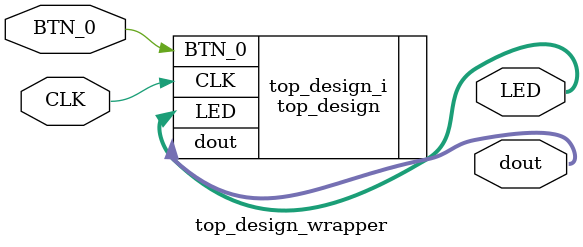
<source format=v>
`timescale 1 ps / 1 ps

module top_design_wrapper
   (BTN_0,
    CLK,
    LED,
    dout);
  input BTN_0;
  input CLK;
  output [3:0]LED;
  output [1:0]dout;

  wire BTN_0;
  wire CLK;
  wire [3:0]LED;
  wire [1:0]dout;

  top_design top_design_i
       (.BTN_0(BTN_0),
        .CLK(CLK),
        .LED(LED),
        .dout(dout));
endmodule

</source>
